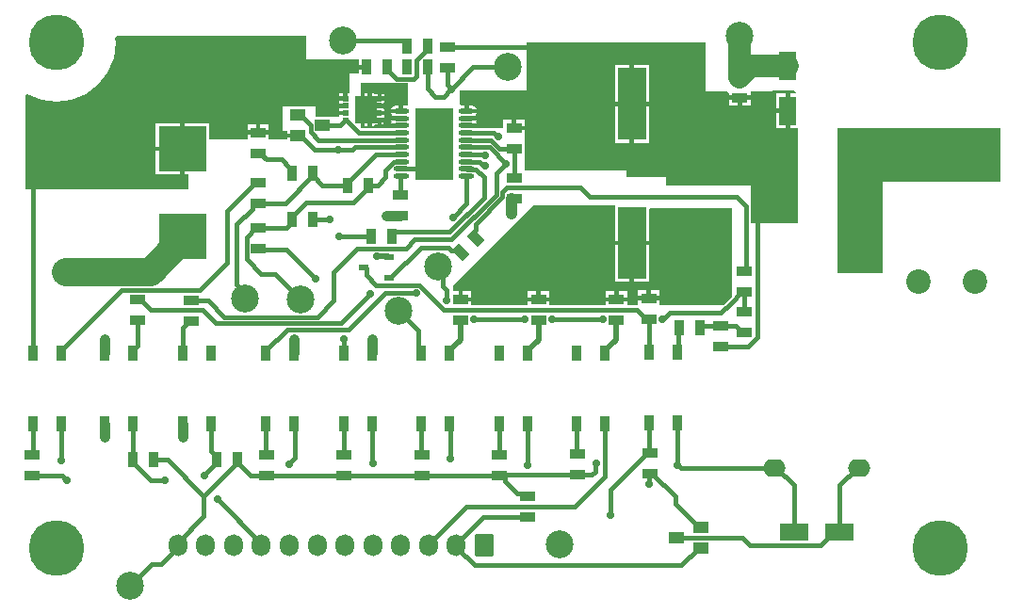
<source format=gbr>
%TF.GenerationSoftware,Altium Limited,Altium Designer,21.0.9 (235)*%
G04 Layer_Physical_Order=1*
G04 Layer_Color=255*
%FSLAX45Y45*%
%MOMM*%
%TF.SameCoordinates,71B597FC-B595-447E-897B-07A554CEBC7C*%
%TF.FilePolarity,Positive*%
%TF.FileFunction,Copper,L1,Top,Signal*%
%TF.Part,Single*%
G01*
G75*
%TA.AperFunction,SMDPad,CuDef*%
%ADD10R,1.40000X0.95000*%
%ADD11R,1.40000X1.00000*%
%ADD12R,2.50000X6.50000*%
%ADD13R,4.30000X4.10000*%
%ADD14R,1.60000X2.60000*%
%ADD15R,2.60000X1.60000*%
%ADD16R,0.95000X1.40000*%
%ADD17R,0.50000X0.50000*%
%TA.AperFunction,BGAPad,CuDef*%
%ADD18R,0.25000X0.25000*%
%TA.AperFunction,SMDPad,CuDef*%
%ADD19R,0.63000X0.50000*%
%TA.AperFunction,SMDPad,SMDef*%
%ADD20R,3.40000X6.50000*%
%TA.AperFunction,SMDPad,CuDef*%
%ADD21O,1.40000X0.45000*%
G04:AMPARAMS|DCode=22|XSize=1.4mm|YSize=0.95mm|CornerRadius=0mm|HoleSize=0mm|Usage=FLASHONLY|Rotation=135.000|XOffset=0mm|YOffset=0mm|HoleType=Round|Shape=Rectangle|*
%AMROTATEDRECTD22*
4,1,4,0.83085,-0.15910,0.15910,-0.83085,-0.83085,0.15910,-0.15910,0.83085,0.83085,-0.15910,0.0*
%
%ADD22ROTATEDRECTD22*%

%ADD23R,0.90000X1.40000*%
%ADD24R,0.90000X0.60000*%
%TA.AperFunction,Conductor*%
%ADD25C,0.38100*%
%ADD26C,2.00000*%
%ADD27C,2.54000*%
%ADD28C,1.00000*%
%ADD29C,0.50000*%
%ADD30C,0.90000*%
%TA.AperFunction,ComponentPad*%
%ADD31C,2.50000*%
%ADD32C,5.00000*%
%ADD33C,2.20000*%
%ADD34O,2.00000X1.60000*%
G04:AMPARAMS|DCode=35|XSize=1.7mm|YSize=1.95mm|CornerRadius=0.85mm|HoleSize=0mm|Usage=FLASHONLY|Rotation=180.000|XOffset=0mm|YOffset=0mm|HoleType=Round|Shape=RoundedRectangle|*
%AMROUNDEDRECTD35*
21,1,1.70000,0.25000,0,0,180.0*
21,1,0.00000,1.95000,0,0,180.0*
1,1,1.70000,0.00000,0.12500*
1,1,1.70000,0.00000,0.12500*
1,1,1.70000,0.00000,-0.12500*
1,1,1.70000,0.00000,-0.12500*
%
%ADD35ROUNDEDRECTD35*%
G04:AMPARAMS|DCode=36|XSize=1.7mm|YSize=1.95mm|CornerRadius=0.1275mm|HoleSize=0mm|Usage=FLASHONLY|Rotation=180.000|XOffset=0mm|YOffset=0mm|HoleType=Round|Shape=RoundedRectangle|*
%AMROUNDEDRECTD36*
21,1,1.70000,1.69500,0,0,180.0*
21,1,1.44500,1.95000,0,0,180.0*
1,1,0.25500,-0.72250,0.84750*
1,1,0.25500,0.72250,0.84750*
1,1,0.25500,0.72250,-0.84750*
1,1,0.25500,-0.72250,-0.84750*
%
%ADD36ROUNDEDRECTD36*%
%TA.AperFunction,ViaPad*%
%ADD37C,0.50000*%
%ADD38C,0.70000*%
G36*
X3670000Y5319999D02*
X4144600Y5320000D01*
Y5270000D01*
X4217500D01*
Y5230000D01*
X4144600D01*
Y5190000D01*
X4060000Y5190000D01*
X4060000Y5017975D01*
X4046600D01*
Y4967575D01*
X4026600D01*
Y4947575D01*
X3969700D01*
Y4922275D01*
X4026600D01*
Y4882275D01*
X3969700D01*
Y4856975D01*
X4026600D01*
Y4816975D01*
X3969700D01*
Y4800000D01*
X3760000D01*
Y4900000D01*
X3460000Y4900000D01*
X3460000Y4680000D01*
X3504601D01*
Y4655000D01*
X3600001D01*
Y4615000D01*
X3504601D01*
Y4600000D01*
X3335400D01*
Y4642500D01*
X3240001D01*
X3144601D01*
Y4600000D01*
X2832532Y4600000D01*
X2800400D01*
Y4745400D01*
X2580000D01*
Y4515001D01*
Y4284600D01*
X2610000D01*
Y4150000D01*
X1150000D01*
X1150000Y5000186D01*
X1170000Y5009180D01*
X1292885Y4958279D01*
X1430000Y4940228D01*
X1567115Y4958279D01*
X1694886Y5011204D01*
X1804605Y5095394D01*
X1888796Y5205114D01*
X1941721Y5332885D01*
X1959772Y5470000D01*
X1953853Y5514962D01*
X1967040Y5529999D01*
X3670000Y5530000D01*
Y5319999D01*
D02*
G37*
G36*
X4590000Y4910368D02*
X4580183Y4902311D01*
X4572501Y4903839D01*
X4545001D01*
Y4855001D01*
X4525001D01*
Y4835001D01*
X4433256D01*
X4441608Y4822500D01*
X4433256Y4810000D01*
X4525001D01*
Y4770000D01*
X4433256D01*
X4441608Y4757500D01*
X4433256Y4745000D01*
X4525001D01*
Y4705000D01*
X4425881D01*
X4422485Y4700000D01*
X4160000Y4699999D01*
Y4722100D01*
D01*
Y4747575D01*
X4114100D01*
Y4992574D01*
X4160000D01*
Y5017900D01*
X4160000D01*
Y5109999D01*
X4590000Y5110000D01*
X4590000Y4910368D01*
D02*
G37*
G36*
X7260000Y5030000D02*
X7460373Y5032414D01*
X7474600Y5018357D01*
Y4997500D01*
X7665400D01*
Y5034884D01*
X8060675Y5039646D01*
X8073344Y5019797D01*
X8070041Y5012900D01*
X8020000D01*
Y4857500D01*
Y4702100D01*
X8090000D01*
X8090000Y3849496D01*
X7670000Y3849496D01*
Y4190000D01*
X6910000D01*
Y4260000D01*
X6550000D01*
Y4320000D01*
X5640000D01*
Y4682500D01*
X5540000D01*
Y4702500D01*
X5520000D01*
Y4775400D01*
X5444600D01*
Y4700000D01*
X5225628D01*
X5221807Y4705000D01*
X5115001D01*
Y4745000D01*
X5206746D01*
X5198394Y4757500D01*
X5206746Y4770000D01*
X5115001D01*
Y4810000D01*
X5206747D01*
X5198394Y4822500D01*
X5206746Y4835000D01*
X5115001D01*
Y4855000D01*
X5095001D01*
Y4903839D01*
X5067501D01*
X5065461Y4903433D01*
X5050000Y4916121D01*
Y5040000D01*
X5651002Y5039999D01*
Y5470000D01*
X7260000D01*
X7260000Y5030000D01*
D02*
G37*
G36*
X6449600Y4010000D02*
Y3690000D01*
X6750400D01*
Y3971610D01*
X6760000Y3980000D01*
X7500000D01*
X7500000Y3189443D01*
X7464803Y3154247D01*
X7464802Y3154246D01*
X7420556Y3110000D01*
X6926199D01*
X6845400D01*
Y3152499D01*
X6750000D01*
X6654600D01*
Y3110000D01*
X6555400D01*
Y3142500D01*
X6364600D01*
Y3110000D01*
X5855400Y3109999D01*
Y3142500D01*
X5664601D01*
Y3109999D01*
X5319116D01*
X5155400D01*
Y3142500D01*
X5060000D01*
Y3162500D01*
X5040000D01*
Y3235400D01*
X4990000D01*
Y3289999D01*
X5710001Y4010000D01*
X6449600Y4010000D01*
D02*
G37*
G36*
X9910000Y4220000D02*
X8850000D01*
Y3400000D01*
X8450000D01*
Y4700000D01*
X9910000D01*
Y4220000D01*
D02*
G37*
%LPC*%
G36*
X4006600Y5017975D02*
X3969700D01*
Y4987575D01*
X4006600D01*
Y5017975D01*
D02*
G37*
G36*
X3335400Y4735400D02*
X3260001D01*
Y4682500D01*
X3335400D01*
Y4735400D01*
D02*
G37*
G36*
X3220001D02*
X3144601D01*
Y4682500D01*
X3220001D01*
Y4735400D01*
D02*
G37*
G36*
X2540001Y4745400D02*
X2319601D01*
Y4535001D01*
X2540001D01*
Y4745400D01*
D02*
G37*
G36*
Y4495001D02*
X2319601D01*
Y4284600D01*
X2540001D01*
Y4495001D01*
D02*
G37*
G36*
X4217900Y5017900D02*
X4200000D01*
Y4992574D01*
X4226700D01*
Y5017475D01*
X4217900D01*
Y5017900D01*
D02*
G37*
G36*
X4284600Y5017475D02*
X4266700D01*
Y4992574D01*
X4313250Y4992574D01*
Y5005775D01*
X4297300D01*
X4295350Y5005775D01*
X4284600Y5010481D01*
Y5017475D01*
D02*
G37*
G36*
X4353250Y5005775D02*
Y4987875D01*
X4371150D01*
Y5005775D01*
X4353250D01*
D02*
G37*
G36*
X4371150Y4947875D02*
X4346101D01*
Y4942877D01*
X4304100Y4942876D01*
X4304100Y4927426D01*
X4346100D01*
Y4922475D01*
X4370400D01*
Y4929975D01*
X4371150D01*
Y4947875D01*
D02*
G37*
G36*
X4505001Y4903839D02*
X4477501D01*
X4458811Y4900121D01*
X4442967Y4889534D01*
X4433256Y4875001D01*
X4505001D01*
Y4903839D01*
D02*
G37*
G36*
X4370400Y4882475D02*
X4346100D01*
Y4877776D01*
X4304100D01*
X4304101Y4862476D01*
X4346100D01*
Y4857075D01*
X4371300D01*
Y4874975D01*
X4370400D01*
Y4882475D01*
D02*
G37*
G36*
X4371300Y4817075D02*
X4346100D01*
Y4812676D01*
X4304100D01*
Y4797226D01*
X4346100D01*
Y4791675D01*
X4370550D01*
Y4799175D01*
X4371300D01*
Y4817075D01*
D02*
G37*
G36*
X4370550Y4751675D02*
X4352650D01*
Y4733775D01*
X4370550D01*
Y4751675D01*
D02*
G37*
G36*
X4312650Y4747575D02*
X4266700D01*
Y4723275D01*
X4284600D01*
Y4727620D01*
X4294750Y4733775D01*
X4297300Y4733775D01*
X4312650D01*
Y4747575D01*
D02*
G37*
G36*
X4226700D02*
X4200000D01*
Y4722100D01*
X4217900D01*
Y4723275D01*
X4226700D01*
Y4747575D01*
D02*
G37*
G36*
X6750400Y5270400D02*
X6620000D01*
Y4940000D01*
X6750400D01*
Y5270400D01*
D02*
G37*
G36*
X6580000D02*
X6449600D01*
Y4940000D01*
X6580000D01*
Y5270400D01*
D02*
G37*
G36*
X7665400Y4957500D02*
X7590000D01*
Y4904600D01*
X7665400D01*
Y4957500D01*
D02*
G37*
G36*
X7550000D02*
X7474600D01*
Y4904600D01*
X7550000D01*
Y4957500D01*
D02*
G37*
G36*
X7980000Y5012900D02*
X7894600D01*
Y4877500D01*
X7980000D01*
Y5012900D01*
D02*
G37*
G36*
X5162501Y4903839D02*
X5135001D01*
Y4875000D01*
X5206746D01*
X5197035Y4889534D01*
X5181191Y4900121D01*
X5162501Y4903839D01*
D02*
G37*
G36*
X5635400Y4775400D02*
X5560000D01*
Y4722500D01*
X5635400D01*
Y4775400D01*
D02*
G37*
G36*
X7980000Y4837500D02*
X7894600D01*
Y4702100D01*
X7980000D01*
Y4837500D01*
D02*
G37*
G36*
X6750400Y4900000D02*
X6620000D01*
Y4569600D01*
X6750400D01*
Y4900000D01*
D02*
G37*
G36*
X6580000D02*
X6449600D01*
Y4569600D01*
X6580000D01*
Y4900000D01*
D02*
G37*
G36*
X6750400Y3650000D02*
X6620000D01*
Y3319600D01*
X6750400D01*
Y3650000D01*
D02*
G37*
G36*
X6580000D02*
X6449600D01*
Y3319600D01*
X6580000D01*
Y3650000D01*
D02*
G37*
G36*
X6845400Y3245400D02*
X6770000D01*
Y3192499D01*
X6845400D01*
Y3245400D01*
D02*
G37*
G36*
X6730001D02*
X6654600D01*
Y3192499D01*
X6730001D01*
Y3245400D01*
D02*
G37*
G36*
X6555400Y3235400D02*
X6480000D01*
Y3182500D01*
X6555400D01*
Y3235400D01*
D02*
G37*
G36*
X6440000D02*
X6364600D01*
Y3182500D01*
X6440000D01*
Y3235400D01*
D02*
G37*
G36*
X5855400D02*
X5780000D01*
Y3182500D01*
X5855400D01*
Y3235400D01*
D02*
G37*
G36*
X5740000D02*
X5664601D01*
Y3182500D01*
X5740000D01*
Y3235400D01*
D02*
G37*
G36*
X5155400D02*
X5080000D01*
Y3182500D01*
X5155400D01*
Y3235400D01*
D02*
G37*
%LPD*%
D10*
X7400000Y2737500D02*
D03*
X5660000Y1392500D02*
D03*
Y1207500D02*
D03*
X7570000Y4977500D02*
D03*
Y5162500D02*
D03*
X4520000Y3917500D02*
D03*
Y4102500D02*
D03*
X3240000Y4662500D02*
D03*
Y4477500D02*
D03*
X5540000Y4702500D02*
D03*
Y4517500D02*
D03*
X3240000Y4212500D02*
D03*
Y4027500D02*
D03*
Y3802500D02*
D03*
Y3617500D02*
D03*
X5540000Y4252500D02*
D03*
Y4067500D02*
D03*
X6750000Y3172500D02*
D03*
Y2987500D02*
D03*
X7610000Y3227500D02*
D03*
Y3412500D02*
D03*
Y2867500D02*
D03*
Y3052500D02*
D03*
X7400000Y2922500D02*
D03*
X3320000Y1762500D02*
D03*
Y1577500D02*
D03*
X1210000Y1762500D02*
D03*
Y1577500D02*
D03*
X6760000Y1782500D02*
D03*
Y1597500D02*
D03*
X4940000Y5247500D02*
D03*
Y5432500D02*
D03*
X2160000Y3162500D02*
D03*
X4710000Y1762500D02*
D03*
Y1577500D02*
D03*
X5410000Y1762500D02*
D03*
Y1577500D02*
D03*
X6110000Y1772500D02*
D03*
Y1587500D02*
D03*
X2640000Y3152500D02*
D03*
Y2967500D02*
D03*
X5060000Y3162500D02*
D03*
Y2977500D02*
D03*
X5760000Y3162500D02*
D03*
Y2977500D02*
D03*
X6460000Y3162500D02*
D03*
Y2977500D02*
D03*
X4010000Y1762500D02*
D03*
Y1577500D02*
D03*
X2160000Y2977500D02*
D03*
D11*
X7000000Y1020000D02*
D03*
X7220000Y1115000D02*
D03*
Y925000D02*
D03*
X3820001Y4730000D02*
D03*
X3600001Y4635000D02*
D03*
Y4825000D02*
D03*
D12*
X6600000Y3670000D02*
D03*
Y4920000D02*
D03*
D13*
X2560000Y4515000D02*
D03*
Y3725000D02*
D03*
D14*
X8000000Y4857500D02*
D03*
Y5262500D02*
D03*
D15*
X8057500Y1070000D02*
D03*
X8462500D02*
D03*
D16*
X3547500Y4300000D02*
D03*
X3732500D02*
D03*
X4047500Y4190000D02*
D03*
X4232500D02*
D03*
X4442500Y3730000D02*
D03*
X4257500D02*
D03*
X3547500Y3880000D02*
D03*
X3732500D02*
D03*
X4762500Y5250000D02*
D03*
X4577500D02*
D03*
X4762500Y5440000D02*
D03*
X4577500D02*
D03*
X3052500Y1720000D02*
D03*
X2867500D02*
D03*
X2302500D02*
D03*
X2117500D02*
D03*
X4402500Y5250000D02*
D03*
X4217500D02*
D03*
X7212500Y2910000D02*
D03*
X7027500D02*
D03*
D17*
X4275250Y4870825D02*
D03*
D18*
X4332650Y4771675D02*
D03*
X4333400Y4837075D02*
D03*
X4332500Y4902475D02*
D03*
X4333250Y4967875D02*
D03*
X4246700Y4761175D02*
D03*
X4180000Y4760000D02*
D03*
Y4980000D02*
D03*
X4246700Y4979575D02*
D03*
D19*
X4026600Y4967575D02*
D03*
Y4902275D02*
D03*
Y4836975D02*
D03*
Y4771675D02*
D03*
D20*
X4820001Y4562500D02*
D03*
D21*
X5115001Y4855000D02*
D03*
Y4790000D02*
D03*
Y4725000D02*
D03*
Y4660000D02*
D03*
Y4595000D02*
D03*
Y4530000D02*
D03*
Y4465000D02*
D03*
Y4400000D02*
D03*
Y4335000D02*
D03*
Y4270000D02*
D03*
X4525001D02*
D03*
Y4335000D02*
D03*
Y4400000D02*
D03*
Y4465000D02*
D03*
Y4530000D02*
D03*
Y4595000D02*
D03*
Y4660000D02*
D03*
Y4725000D02*
D03*
Y4790000D02*
D03*
Y4855000D02*
D03*
D22*
X5195407Y3715407D02*
D03*
X5064593Y3584593D02*
D03*
D23*
X3310000Y2045000D02*
D03*
X3564000D02*
D03*
Y2675000D02*
D03*
X3310000D02*
D03*
X2812999Y2675000D02*
D03*
X2558999D02*
D03*
Y2045000D02*
D03*
X2812999D02*
D03*
X1860000Y2675000D02*
D03*
Y2045000D02*
D03*
X2114000D02*
D03*
X1213000Y2045000D02*
D03*
X1467000D02*
D03*
Y2675000D02*
D03*
X1213000D02*
D03*
X7006999Y2685000D02*
D03*
X6752999D02*
D03*
Y2055000D02*
D03*
X7006999D02*
D03*
X4707999Y2045000D02*
D03*
X4961999D02*
D03*
Y2675000D02*
D03*
X4707999D02*
D03*
X5406999Y2045000D02*
D03*
X5660999D02*
D03*
Y2675000D02*
D03*
X5406999D02*
D03*
X6105999Y2045000D02*
D03*
X6359999D02*
D03*
Y2675000D02*
D03*
X6105999D02*
D03*
X4009000Y2045000D02*
D03*
X4263000D02*
D03*
Y2675000D02*
D03*
X4009000D02*
D03*
X2114000Y2675000D02*
D03*
D24*
X4415000Y3355000D02*
D03*
Y3545000D02*
D03*
X4185000Y3450000D02*
D03*
D25*
X5415000Y1582500D02*
X6110000D01*
X5432500Y1577500D02*
X5460950Y1549050D01*
Y1526550D02*
Y1549050D01*
X5566550Y1420950D02*
X5631550D01*
X5387500Y1577500D02*
X5432500D01*
X6110000Y1582500D02*
X6237150D01*
X5460950Y1526550D02*
X5566550Y1420950D01*
X5631550D02*
X5660000Y1392500D01*
X5265000Y1207500D02*
X5660000D01*
X5020000Y950000D02*
Y962500D01*
X5265000Y1207500D01*
X4710000Y1577500D02*
X5387500D01*
X4770001Y962500D02*
X5107501Y1300000D01*
X6087991D02*
X6360000Y1572009D01*
X5107501Y1300000D02*
X6087991D01*
X7008213Y1673372D02*
Y2053786D01*
X7006999Y2055000D02*
X7008213Y2053786D01*
Y1673372D02*
X7009427Y1672158D01*
X8462500Y1490500D02*
X8622000Y1650000D01*
X8642000D01*
X8462500Y1070000D02*
Y1490500D01*
X6990000Y1325000D02*
Y1390000D01*
X6760000Y1597500D02*
X6782500D01*
X7200000Y1115000D02*
X7220000D01*
X6990000Y1325000D02*
X7200000Y1115000D01*
X6782500Y1597500D02*
X6990000Y1390000D01*
X7040217Y1650000D02*
X7880000D01*
X7018059Y1672158D02*
X7040217Y1650000D01*
X7009427Y1672158D02*
X7018059D01*
X8057500Y1070000D02*
Y1492500D01*
X7900000Y1650000D02*
X8057500Y1492500D01*
X7880000Y1650000D02*
X7900000D01*
X8412500Y1070000D02*
X8462500D01*
X7000000Y1020000D02*
X7594181D01*
X7658472Y955710D01*
X8298210D01*
X8412500Y1070000D01*
X5020000Y937500D02*
X5187500Y770000D01*
X5020000Y937500D02*
Y950000D01*
X5187500Y770000D02*
X7045000D01*
X7200000Y925000D02*
X7220000D01*
X7045000Y770000D02*
X7200000Y925000D01*
X5477137Y4170631D02*
X6134120D01*
X6218765Y4085985D02*
X7541265D01*
X6134120Y4170631D02*
X6218765Y4085985D01*
X7541265D02*
X7625910Y4001340D01*
Y3428410D02*
Y4001340D01*
X5382370Y4102370D02*
Y4292370D01*
X5270000Y4080000D02*
Y4260000D01*
X4990000Y3900000D02*
X5115001Y4025001D01*
X4980000Y3700000D02*
X5382370Y4102370D01*
X4650000Y3700000D02*
X4980000D01*
X5115001Y4025001D02*
Y4270000D01*
X4470950Y3770000D02*
X4960000D01*
X5270000Y4080000D01*
X4940000Y5432500D02*
X5677682D01*
X5700000Y4980000D02*
Y5410181D01*
X5677682Y5432500D02*
X5700000Y5410181D01*
X5435710Y4129203D02*
X5477137Y4170631D01*
X5435710Y4080276D02*
Y4129203D01*
X5195407Y3839973D02*
X5435710Y4080276D01*
X5179497Y3771552D02*
X5195407Y3787462D01*
Y3839973D01*
X5179497Y3731317D02*
X5195407Y3715407D01*
X5179497Y3731317D02*
Y3771552D01*
X7610000Y3412500D02*
X7625910Y3428410D01*
X5382370Y4292370D02*
X5470000Y4380000D01*
X1210000Y1577500D02*
X1479339D01*
X1516839Y1540000D01*
X1525472D01*
X1467000Y2700000D02*
X2011290Y3244290D01*
X2714290D01*
X2285738Y785738D02*
X2368239D01*
X2520000Y937500D01*
X2090000Y590000D02*
X2285738Y785738D01*
X4009500Y2675500D02*
Y2809500D01*
X4010000Y2810000D01*
X3504030Y2894030D02*
X4054030D01*
X3987370Y2947370D02*
X4250000Y3210000D01*
X2740001Y3070000D02*
X2862631Y2947370D01*
X3987370D01*
X4054030Y2894030D02*
X4380000Y3220000D01*
X4009000Y2675000D02*
X4009500Y2675500D01*
X6938873Y3040000D02*
X7400000D01*
X7489525Y3129525D02*
Y3129525D01*
X7400000Y3040000D02*
X7489525Y3129525D01*
Y3129525D02*
X7587500Y3227500D01*
X7610000D01*
X6870240Y2980000D02*
X6878872D01*
X6938873Y3040000D01*
X5880241Y2980000D02*
X6339760D01*
X5180241D02*
X5639760D01*
X4907991Y3070000D02*
X6645000D01*
X6727500Y2987500D01*
X4688701Y3289290D02*
X4907991Y3070000D01*
X4900545Y3278153D02*
Y3419455D01*
X4860000Y3460000D02*
X4900545Y3419455D01*
Y3278153D02*
X4930000Y3248698D01*
Y3150000D02*
Y3248698D01*
X4300710Y3289290D02*
X4688701D01*
X6750000Y2987500D02*
X6752999Y2984501D01*
Y2685000D02*
Y2984501D01*
X6727500Y2987500D02*
X6750000D01*
X5276320Y4463680D02*
X5280000Y4460000D01*
X5115001Y4465000D02*
X5116321Y4463680D01*
X5276320D01*
X5271399Y4360000D02*
X5280000D01*
X5231399Y4400000D02*
X5271399Y4360000D01*
X5196320Y4333680D02*
X5270000Y4260000D01*
X5319999Y4530000D02*
X5470000Y4380000D01*
X5116321Y4333680D02*
X5196320D01*
X7645993Y2737500D02*
X7730000Y2821507D01*
Y3910000D01*
X4442500Y3730000D02*
Y3741550D01*
X4470950Y3770000D01*
X7400000Y2737500D02*
X7645993D01*
X7610000Y3052500D02*
Y3227500D01*
X7532500Y2922500D02*
X7587500Y2867500D01*
X7400000Y2922500D02*
X7532500D01*
X7587500Y2867500D02*
X7610000D01*
X7225000Y2922500D02*
X7400000D01*
X7212500Y2910000D02*
X7225000Y2922500D01*
X4705001Y3630000D02*
X4950005D01*
X4979502Y3600503D01*
X4430001Y3355000D02*
X4705001Y3630000D01*
X4979502Y3600503D02*
X5048683D01*
X4569290Y3619290D02*
X4650000Y3700000D01*
X4415000Y3355000D02*
X4430001D01*
X5048683Y3600503D02*
X5064593Y3584593D01*
X2114000Y2700000D02*
X2160000Y2746001D01*
X2114000Y2675000D02*
Y2700000D01*
X2160000Y2746001D02*
Y2977500D01*
X6237150Y1582500D02*
X6270845Y1616195D01*
X4010000Y1577500D02*
X4710000D01*
X6270845Y1616195D02*
Y1680844D01*
X3320000Y1577500D02*
X4010000D01*
X6270845Y1680844D02*
X6276948Y1686948D01*
X3172500Y1577500D02*
X3320000D01*
X3052500Y1697500D02*
X3172500Y1577500D01*
X2750000Y1394999D02*
X3052500Y1697500D01*
Y1720000D01*
X2425000D02*
X2750000Y1394999D01*
Y1210000D02*
Y1394999D01*
X2302500Y1720000D02*
X2425000D01*
X2520001Y980001D02*
X2750000Y1210000D01*
X2520001Y950000D02*
Y980001D01*
X7017249Y2695251D02*
Y2899749D01*
X7027500Y2910000D01*
X7006999Y2685000D02*
X7017249Y2695251D01*
X4095000Y4030000D02*
X4232500Y4167500D01*
Y4190000D01*
X4315001D01*
X3675000Y4030000D02*
X4095000D01*
X4315001Y4190000D02*
X4384489Y4259489D01*
X3547500Y3902500D02*
X3675000Y4030000D01*
X4384489Y4259489D02*
Y4322302D01*
X3547500Y3857500D02*
Y3880000D01*
Y3902500D01*
X4384489Y4322302D02*
X4460867Y4398680D01*
X3492501Y3802500D02*
X3547500Y3857500D01*
X4460867Y4398680D02*
X4523681D01*
X3240000Y3802500D02*
X3492501D01*
X4523681Y4398680D02*
X4525001Y4400000D01*
X3135710Y3720710D02*
X3217500Y3802500D01*
X3240000D01*
X3135710Y3524290D02*
Y3720710D01*
Y3524290D02*
X3270000Y3390000D01*
X3390000D01*
X3620000Y3160000D01*
X3970000Y3730000D02*
X4257500D01*
X3745001Y4510000D02*
X3960000D01*
X4090000D01*
X3620001Y4635000D02*
X3745001Y4510000D01*
X4110000Y4530000D02*
X4525000D01*
X4090000Y4510000D02*
X4110000Y4530000D01*
X3600001Y4635000D02*
X3620001D01*
X4525000Y4530000D02*
X4525001Y4530000D01*
Y4335000D02*
X4669051D01*
X4690001Y4302500D02*
Y4314050D01*
X4669051Y4335000D02*
X4690001Y4314050D01*
X4266500Y1693500D02*
Y2041500D01*
X4263000Y2045000D02*
X4266500Y2041500D01*
Y1693500D02*
X4270000Y1690000D01*
X3520000Y1680000D02*
Y1688632D01*
X3567000Y1735632D01*
Y2042000D01*
X3564000Y2045000D02*
X3567000Y2042000D01*
X6410000Y1455000D02*
X6737500Y1782500D01*
X6752999Y1789501D02*
X6760000Y1782500D01*
X6752999Y1789501D02*
Y2055000D01*
X6737500Y1782500D02*
X6760000D01*
X6410000Y1220000D02*
Y1455000D01*
X2640000Y3152500D02*
X2642500Y3150000D01*
X2790000D01*
X2939290Y3000710D01*
X3770710D01*
X3920000Y3150000D01*
Y3410000D01*
X4129290Y3619290D01*
X4569290D01*
X5115001Y4530000D02*
X5319999D01*
X4577500Y5440000D02*
Y5461550D01*
X4549050Y5490000D02*
X4577500Y5461550D01*
X4000000Y5490000D02*
X4549050D01*
X2960000Y3955000D02*
X3217500Y4212500D01*
X3240000D01*
X2960000Y3490000D02*
Y3955000D01*
X2714290Y3244290D02*
X2960000Y3490000D01*
X1467000Y2675000D02*
Y2700000D01*
X3450000Y4420000D02*
X3519050Y4350950D01*
X3519050D01*
X3547500Y4322500D01*
Y4300000D02*
Y4322500D01*
X3313269Y4420000D02*
X3450000D01*
X3290950Y4442319D02*
X3313269Y4420000D01*
X3262500Y4477500D02*
X3290950Y4449050D01*
Y4442319D02*
Y4449050D01*
X3240000Y4477500D02*
X3262500D01*
X3820000Y4190000D02*
X4047500D01*
Y4212500D02*
X4300001Y4465000D01*
X4047500Y4190000D02*
Y4212500D01*
X3732500Y4277500D02*
X3820000Y4190000D01*
X4300001Y4465000D02*
X4525001D01*
X3732500Y4277500D02*
Y4300000D01*
X3482500Y4027500D02*
X3732500Y4277500D01*
X3240000Y4027500D02*
X3482500D01*
X3189050Y3999050D02*
X3217500Y4027500D01*
X3240000D01*
X3050000Y3837500D02*
X3189050Y3976550D01*
Y3999050D01*
X3050000Y3297340D02*
Y3837500D01*
Y3297340D02*
X3120000Y3227340D01*
Y3170000D02*
Y3227340D01*
X1213000Y1765500D02*
Y2045000D01*
X1210000Y1762500D02*
X1213000Y1765500D01*
X6360000Y1572009D02*
Y1865294D01*
X6359999Y1865295D02*
Y2045000D01*
Y1865295D02*
X6360000Y1865294D01*
X4940000Y5092056D02*
Y5247500D01*
Y5092056D02*
X4973424Y5058632D01*
X4971542Y5050000D02*
X4973424D01*
X4907323Y4985781D02*
X4971542Y5050000D01*
X4973424D02*
X5173424Y5250000D01*
X4973424Y5050000D02*
Y5058632D01*
X4834219Y4985781D02*
X4907323D01*
X5173424Y5250000D02*
X5480000D01*
X4762500Y5057500D02*
X4834219Y4985781D01*
X5354792Y4660000D02*
X5388764Y4626028D01*
X5397396D01*
X4762500Y5057500D02*
Y5250000D01*
X5115001Y4660000D02*
X5354792D01*
X2275000Y3070000D02*
X2740001D01*
X2182500Y3162500D02*
X2275000Y3070000D01*
X2160000Y3162500D02*
X2182500D01*
X4402500Y5227500D02*
X4484290Y5145710D01*
X4402500Y5227500D02*
Y5250000D01*
X4484290Y5145710D02*
X4639203D01*
X4659290Y5165797D01*
Y5314290D01*
X4762500Y5417500D01*
Y5440000D01*
X4966000Y1734000D02*
Y2041000D01*
X4961999Y2045000D02*
X4966000Y2041000D01*
Y1734000D02*
X4970000Y1730000D01*
X4520000Y4102500D02*
Y4266813D01*
X4523188Y4270000D01*
X4525001D01*
X6105999Y1776501D02*
X6110000Y1772500D01*
X6105999Y1776501D02*
Y2045000D01*
X2812999Y1797001D02*
Y2045000D01*
Y1797001D02*
X2867500Y1742500D01*
Y1697500D02*
Y1720000D01*
Y1742500D01*
X2766104Y1596103D02*
X2867500Y1697500D01*
X2760000Y1580000D02*
X2766104Y1586104D01*
Y1596103D01*
X2872315Y1365052D02*
X3270000Y967368D01*
Y950000D02*
Y967368D01*
X1467000Y2045000D02*
X1468500Y2043500D01*
Y1711500D02*
Y2043500D01*
Y1711500D02*
X1470000Y1710000D01*
X3820001Y4730000D02*
X3976701D01*
X4018751Y4772050D01*
X4025251D01*
X4026601Y4771675D02*
X4033101D01*
X4144776Y4660000D01*
X4525001D01*
X5660000Y1670000D02*
X5660500Y1670500D01*
Y2044500D01*
X5660999Y2045000D01*
X3310000Y1772500D02*
X3320000Y1762500D01*
X3310000Y1772500D02*
Y2045000D01*
X4707999Y1764500D02*
X4710000Y1762500D01*
X4707999Y1764500D02*
Y2045000D01*
X2114000Y2045000D02*
X2115750Y2043250D01*
Y1721750D02*
Y2043250D01*
X2117500Y1697500D02*
Y1720000D01*
Y1697500D02*
X2275000Y1540000D01*
X2115750Y1721750D02*
X2117500Y1720000D01*
X2275000Y1540000D02*
X2400000D01*
X5115001Y4400000D02*
X5231399D01*
X4380000Y3220000D02*
X4660000D01*
X3310000Y2700000D02*
X3504030Y2894030D01*
X3310000Y2675000D02*
Y2700000D01*
X2558999Y2675000D02*
Y2909000D01*
X2617500Y2967500D01*
X2640000D01*
X4682049Y2700950D02*
X4707999Y2675000D01*
X4682049Y2700950D02*
Y2877951D01*
X4500000Y3060000D02*
X4682049Y2877951D01*
X3240000Y3617500D02*
X3243750Y3613750D01*
X3496250D01*
X3760000Y3350000D01*
X1872451Y2030000D02*
Y2045000D01*
X1213000Y2675000D02*
Y4333000D01*
X1510001Y4630000D01*
X5406999Y1765501D02*
Y2045000D01*
Y1765501D02*
X5410000Y1762500D01*
X5540000Y4252500D02*
Y4517500D01*
X5407934D02*
X5540000D01*
X5330433Y4595000D02*
X5407934Y4517500D01*
X5115001Y4595000D02*
X5330433D01*
X3786507D02*
X4525001D01*
X3715711Y4665797D02*
X3786507Y4595000D01*
X3715711Y4665797D02*
Y4729290D01*
X3620001Y4825000D02*
X3715711Y4729290D01*
X3600001Y4825000D02*
X3620001D01*
X3732500Y3880000D02*
X3880000D01*
X5115001Y4335000D02*
X5116321Y4333680D01*
X4210950Y3379050D02*
Y3439050D01*
X4200000Y3450000D02*
X4210950Y3439050D01*
X4185000Y3450000D02*
X4200000D01*
X4210950Y3379050D02*
X4300710Y3289290D01*
X4009000Y1763500D02*
Y2045000D01*
Y1763500D02*
X4010000Y1762500D01*
X6750000Y1500000D02*
Y1587500D01*
X6760000Y1597500D01*
D26*
X7570000Y5162500D02*
X7670000Y5262500D01*
X8000000D01*
X7570000Y5162500D02*
Y5530000D01*
D27*
X1510001Y3410000D02*
X2018001D01*
X2472000Y3608790D02*
Y3647000D01*
X2018001Y3410000D02*
X2273211D01*
X2472000Y3608790D01*
Y3647000D02*
X2550000Y3725000D01*
X2560000D01*
D28*
X5520000Y3930000D02*
Y4065000D01*
D29*
X5060000Y2798001D02*
Y2977500D01*
X4961999Y2700000D02*
X5060000Y2798001D01*
X5660999Y2675000D02*
Y2700000D01*
X5760000Y2799001D01*
Y2977500D01*
X6359999Y2675000D02*
Y2700000D01*
X6460000Y2800001D01*
Y2977500D01*
X4961999Y2675000D02*
Y2700000D01*
X4412500Y3547500D02*
X4415000Y3545000D01*
X4312500Y3547500D02*
X4412500D01*
X4310000Y3550000D02*
X4312500Y3547500D01*
D30*
X2558999Y1928901D02*
Y2045000D01*
X1860000Y2675000D02*
Y2806099D01*
X3564000Y2675000D02*
Y2806099D01*
X4388902Y3917500D02*
X4520000D01*
X4263000Y2675000D02*
Y2806099D01*
X1860000Y1928901D02*
Y2045000D01*
D31*
X5950000Y960000D02*
D03*
X7690000Y4540000D02*
D03*
X2560000Y5070000D02*
D03*
X3120000Y3170000D02*
D03*
X4500000Y3060000D02*
D03*
X3620000Y3160000D02*
D03*
X7570000Y5530000D02*
D03*
X2090000Y590000D02*
D03*
X5480000Y5250000D02*
D03*
X4000000Y5490000D02*
D03*
X4860000Y3460000D02*
D03*
D32*
X1430000Y5470000D02*
D03*
X9370000D02*
D03*
X1430000Y930000D02*
D03*
X9370000D02*
D03*
D33*
X9680000Y4489984D02*
D03*
X9172000D02*
D03*
X2018001Y4580000D02*
D03*
X1510001D02*
D03*
X2018001Y3410000D02*
D03*
X1510001D02*
D03*
X9680000Y3319984D02*
D03*
X9172000D02*
D03*
D34*
X8642000Y1650000D02*
D03*
Y3540000D02*
D03*
X7880000Y4040000D02*
D03*
Y1650000D02*
D03*
D35*
X5020000Y950000D02*
D03*
X4770000D02*
D03*
X4520000D02*
D03*
X4270000D02*
D03*
X4020000D02*
D03*
X3770000D02*
D03*
X3520000D02*
D03*
X3270000D02*
D03*
X3020000D02*
D03*
X2770000D02*
D03*
X2520000D02*
D03*
D36*
X5270000D02*
D03*
D37*
X4690001Y4302500D02*
D03*
Y4822500D02*
D03*
Y4562500D02*
D03*
Y4692500D02*
D03*
X4820001Y4432500D02*
D03*
Y4302500D02*
D03*
X4950001Y4432500D02*
D03*
X4690001D02*
D03*
X4950001Y4302500D02*
D03*
X4820001Y4562500D02*
D03*
Y4692500D02*
D03*
Y4822500D02*
D03*
X4950001Y4692500D02*
D03*
Y4822500D02*
D03*
Y4562500D02*
D03*
D38*
X6240000Y3590000D02*
D03*
X6900000Y3400000D02*
D03*
Y3600000D02*
D03*
X5990000Y3590000D02*
D03*
X6240000Y3380000D02*
D03*
X4990000Y3900000D02*
D03*
X1525472Y1540000D02*
D03*
X4010000Y2810000D02*
D03*
X5520000Y3930000D02*
D03*
X7140000Y3600000D02*
D03*
X6870240Y2980000D02*
D03*
X6339760D02*
D03*
X5880241D02*
D03*
X5639760D02*
D03*
X5180241D02*
D03*
X4930000Y3150000D02*
D03*
X5280000Y4460000D02*
D03*
X7360000Y3400000D02*
D03*
X5280000Y4360000D02*
D03*
X7140000Y3400000D02*
D03*
X7350000Y3600000D02*
D03*
X5470000Y4380000D02*
D03*
X7040000Y3230000D02*
D03*
X7350000Y3220000D02*
D03*
X4577500Y5250000D02*
D03*
X6276948Y1686948D02*
D03*
X7009427Y1672158D02*
D03*
X3970000Y3730000D02*
D03*
X3960000Y4510000D02*
D03*
X2558999Y1928901D02*
D03*
X4270000Y1690000D02*
D03*
X3520000Y1680000D02*
D03*
X2470000Y3630000D02*
D03*
X2670000D02*
D03*
Y3810000D02*
D03*
X2470000D02*
D03*
X6410000Y1220000D02*
D03*
X4577500Y5440000D02*
D03*
X4973424Y5050000D02*
D03*
X5397396Y4626028D02*
D03*
X4250000Y3210000D02*
D03*
X1860000Y2806099D02*
D03*
X4970000Y1730000D02*
D03*
X2760000Y1580000D02*
D03*
X2872315Y1365052D02*
D03*
X3564000Y2806099D02*
D03*
X1470000Y1710000D02*
D03*
X5660000Y1670000D02*
D03*
X2400000Y1540000D02*
D03*
X4660000Y3220000D02*
D03*
X4388902Y3917500D02*
D03*
X5406999Y2675000D02*
D03*
X4707999D02*
D03*
X6107402Y2678270D02*
D03*
X4310000Y3550000D02*
D03*
X4263000Y2806099D02*
D03*
X3760000Y3350000D02*
D03*
X1860000Y1928901D02*
D03*
X2812999Y2675000D02*
D03*
X1213000Y2675000D02*
D03*
X3880000Y3880000D02*
D03*
X6750000Y1500000D02*
D03*
X5410000Y3220000D02*
D03*
X6030000D02*
D03*
X5990000Y3380000D02*
D03*
X5690000Y3590000D02*
D03*
Y3380000D02*
D03*
X5410000D02*
D03*
%TF.MD5,f3708493e1b107c6d6daa06c9014106b*%
M02*

</source>
